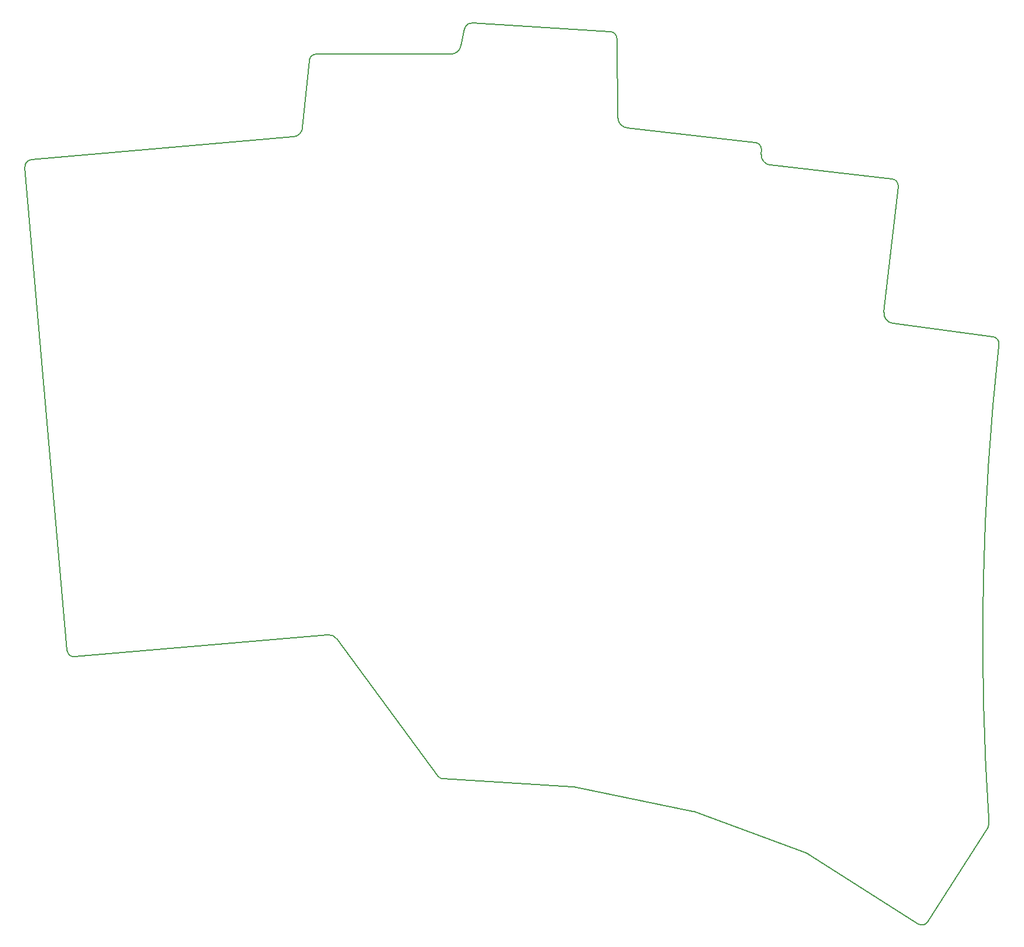
<source format=gbr>
%TF.GenerationSoftware,KiCad,Pcbnew,8.0.5-8.0.5-0~ubuntu22.04.1*%
%TF.CreationDate,2024-10-07T14:19:06+02:00*%
%TF.ProjectId,KeyboardV0,4b657962-6f61-4726-9456-302e6b696361,v1.0.0*%
%TF.SameCoordinates,Original*%
%TF.FileFunction,Profile,NP*%
%FSLAX46Y46*%
G04 Gerber Fmt 4.6, Leading zero omitted, Abs format (unit mm)*
G04 Created by KiCad (PCBNEW 8.0.5-8.0.5-0~ubuntu22.04.1) date 2024-10-07 14:19:06*
%MOMM*%
%LPD*%
G01*
G04 APERTURE LIST*
%TA.AperFunction,Profile*%
%ADD10C,0.150000*%
%TD*%
G04 APERTURE END LIST*
D10*
X134677975Y-89605583D02*
X172460053Y-86300080D01*
X133768936Y-90688934D02*
G75*
G02*
X134677975Y-89605583I996195J87156D01*
G01*
X133768936Y-90688934D02*
X139869838Y-160422563D01*
X140953189Y-161331602D02*
G75*
G02*
X139869838Y-160422563I-87156J996195D01*
G01*
X140953188Y-161331602D02*
X177409604Y-158142079D01*
X178748432Y-158747265D02*
X193311118Y-178534670D01*
X194054185Y-178939989D02*
G75*
G02*
X193311118Y-178534670I62329J998056D01*
G01*
X194054185Y-178939989D02*
X212729738Y-180106292D01*
X212936066Y-180133645D02*
X230052098Y-183625284D01*
X230271419Y-183687715D02*
X246493449Y-189671917D01*
X246780255Y-189814129D02*
X262578406Y-199878661D01*
X263959097Y-199572570D02*
G75*
G02*
X262578406Y-199878661I-843391J537300D01*
G01*
X263959097Y-199572570D02*
X272642618Y-185942173D01*
X272796893Y-185336587D02*
G75*
G02*
X272642618Y-185942173I-997666J-68286D01*
G01*
X272796892Y-185336586D02*
G75*
G02*
X274221037Y-116240835I388091973J26563521D01*
G01*
X273358742Y-115140209D02*
G75*
G02*
X274221037Y-116240835I-131710J-991289D01*
G01*
X273358742Y-115140210D02*
X258933419Y-113223547D01*
X257640627Y-111566810D02*
X259700494Y-93487588D01*
X258820126Y-92380812D02*
G75*
G02*
X259700494Y-93487588I-113204J-993572D01*
G01*
X258820125Y-92380812D02*
X241272536Y-90381517D01*
X239943989Y-88820868D02*
X239975282Y-88153825D01*
X239089583Y-87113392D02*
G75*
G02*
X239975282Y-88153825I-113203J-993572D01*
G01*
X239089583Y-87113392D02*
X220609735Y-85007879D01*
X219279682Y-83538181D02*
X219122077Y-72096273D01*
X218183221Y-71111911D02*
G75*
G02*
X219122077Y-72096273I-61049J-998135D01*
G01*
X218183220Y-71111911D02*
X198220524Y-69890940D01*
X197182770Y-70674494D02*
G75*
G02*
X198220524Y-69890940I976706J-214581D01*
G01*
X197182770Y-70674493D02*
X196630538Y-73188072D01*
X195165479Y-74366199D02*
X175775853Y-74366199D01*
X174780716Y-75267702D02*
G75*
G02*
X175775853Y-74366199I995137J-98497D01*
G01*
X174780716Y-75267701D02*
X173822025Y-84953534D01*
X177409604Y-158142079D02*
G75*
G02*
X178748432Y-158747265I130734J-1494292D01*
G01*
X212729738Y-180106292D02*
G75*
G02*
X212936066Y-180133645I-93494J-1497083D01*
G01*
X230052098Y-183625284D02*
G75*
G02*
X230271419Y-183687715I-299822J-1469730D01*
G01*
X246493449Y-189671917D02*
G75*
G02*
X246780255Y-189814129I-519144J-1407299D01*
G01*
X258933419Y-113223548D02*
G75*
G02*
X257640627Y-111566810I197566J1486933D01*
G01*
X241272537Y-90381517D02*
G75*
G02*
X239943989Y-88820868I169804J1490358D01*
G01*
X220609736Y-85007879D02*
G75*
G02*
X219279682Y-83538181I169804J1490358D01*
G01*
X196630538Y-73188072D02*
G75*
G02*
X195165479Y-74366199I-1465059J321873D01*
G01*
X173822025Y-84953534D02*
G75*
G02*
X172460053Y-86300080I-1492706J147746D01*
G01*
M02*

</source>
